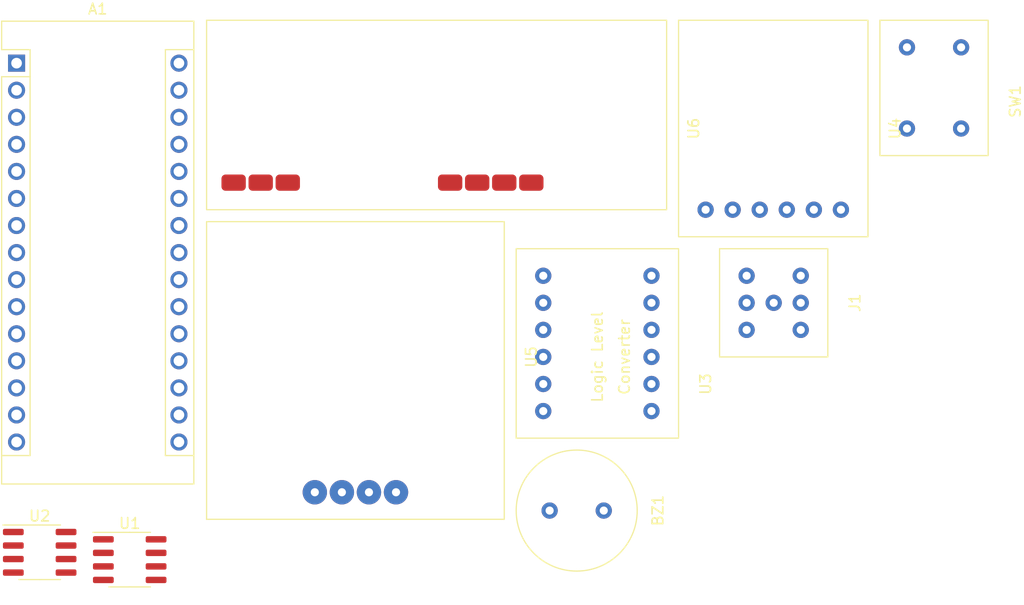
<source format=kicad_pcb>
(kicad_pcb (version 20211014) (generator pcbnew)
  (layers (0 "F.Cu" signal) (31 "B.Cu" signal) (34 "B.Paste" user) (35 "F.Paste" user) (36 "B.SilkS" user "B.Silkscreen") (37 "F.SilkS" user "F.Silkscreen") (38 "B.Mask" user) (39 "F.Mask" user) (44 "Edge.Cuts" user))
  (net 0 "")
  (net 1 "GND")
  (net 4 "Net-(A1-Pad3)")
  (net 6 "Net-(A1-Pad6)")
  (net 7 "Net-(A1-Pad7)")
  (net 8 "Net-(A1-Pad8)")
  (net 9 "Net-(A1-Pad9)")
  (net 10 "Net-(U3-Pad1)")
  (net 11 "Net-(U3-Pad2)")
  (net 12 "Net-(BZ1-Pad1)")
  (net 19 "Net-(A1-Pad19)")
  (net 20 "Net-(A1-Pad20)")
  (net 27 "+5V")
  (net 30 "Net-(U6-Pad2)")
  (net 31 "Net-(J1-Pad2)")
  (net 38 "Net-(U3-Pad7)")
  (net 39 "Net-(U3-Pad8)")
  (net 40 "+3.3V")
  (footprint "Trackuino:Button" (layer "F.Cu") (at 119.135 51.855)
    (fp_text reference "SW1" (at 7.62 2.54 90 unlocked) (layer "F.SilkS"))
    (fp_text value "SW_Push_Dual")
    (fp_rect (start -5.08 -5.08) (end 5.08 7.62) (layer "F.SilkS") (width 0.12) (fill none))
    (pad "1" thru_hole circle (at -2.54 5.08) (size 1.524 1.524) (drill 0.762) (layers *.Cu *.Mask) (net 4 "Net-(A1-Pad3)"))
    (pad "2" thru_hole circle (at -2.54 -2.54) (size 1.524 1.524) (drill 0.762) (layers *.Cu *.Mask))
    (pad "3" thru_hole circle (at 2.54 5.08) (size 1.524 1.524) (drill 0.762) (layers *.Cu *.Mask))
    (pad "4" thru_hole circle (at 2.54 -2.54) (size 1.524 1.524) (drill 0.762) (layers *.Cu *.Mask) (net 1 "GND"))
  )
  (footprint "Trackuino:OpenLog" (layer "F.Cu") (at 105.315 56.935)
    (fp_text reference "U4" (at 10.16 0 90 unlocked) (layer "F.SilkS"))
    (fp_text value "OpenLog")
    (fp_rect (start -10.16 -10.16) (end 7.62 10.16) (layer "F.SilkS") (width 0.12) (fill none))
    (pad "1" thru_hole circle (at -7.62 7.62) (size 1.524 1.524) (drill 0.762) (layers *.Cu *.Mask))
    (pad "2" thru_hole circle (at -5.08 7.62) (size 1.524 1.524) (drill 0.762) (layers *.Cu *.Mask) (net 39 "Net-(U3-Pad8)"))
    (pad "3" thru_hole circle (at -2.54 7.62) (size 1.524 1.524) (drill 0.762) (layers *.Cu *.Mask) (net 38 "Net-(U3-Pad7)"))
    (pad "4" thru_hole circle (at 0 7.62) (size 1.524 1.524) (drill 0.762) (layers *.Cu *.Mask) (net 40 "+3.3V"))
    (pad "5" thru_hole circle (at 2.54 7.62) (size 1.524 1.524) (drill 0.762) (layers *.Cu *.Mask) (net 1 "GND"))
    (pad "6" thru_hole circle (at 5.08 7.62) (size 1.524 1.524) (drill 0.762) (layers *.Cu *.Mask))
  )
  (footprint "Package_SO:SOIC-8_3.9x4.9mm_P1.27mm" (layer "F.Cu") (at 35.19 96.71)
    (fp_text reference "U2" (at 0 -3.4) (layer "F.SilkS"))
    (fp_text value "TMP36xS")
    (fp_line (start 0 -2.56) (end -3.45 -2.56) (layer "F.SilkS") (width 0.12))
    (fp_line (start 0 -2.56) (end 1.95 -2.56) (layer "F.SilkS") (width 0.12))
    (fp_line (start 0 2.56) (end 1.95 2.56) (layer "F.SilkS") (width 0.12))
    (fp_line (start 0 2.56) (end -1.95 2.56) (layer "F.SilkS") (width 0.12))
    (pad "1" smd roundrect (at -2.475 -1.905) (size 1.95 0.6) (layers "F.Cu" "F.Paste" "F.Mask") (net 19 "Net-(A1-Pad19)"))
    (pad "2" smd roundrect (at -2.475 -0.635) (size 1.95 0.6) (layers "F.Cu" "F.Paste" "F.Mask"))
    (pad "3" smd roundrect (at -2.475 0.635) (size 1.95 0.6) (layers "F.Cu" "F.Paste" "F.Mask"))
    (pad "4" smd roundrect (at -2.475 1.905) (size 1.95 0.6) (layers "F.Cu" "F.Paste" "F.Mask") (net 1 "GND"))
    (pad "5" smd roundrect (at 2.475 1.905) (size 1.95 0.6) (layers "F.Cu" "F.Paste" "F.Mask"))
    (pad "6" smd roundrect (at 2.475 0.635) (size 1.95 0.6) (layers "F.Cu" "F.Paste" "F.Mask"))
    (pad "7" smd roundrect (at 2.475 -0.635) (size 1.95 0.6) (layers "F.Cu" "F.Paste" "F.Mask"))
    (pad "8" smd roundrect (at 2.475 -1.905) (size 1.95 0.6) (layers "F.Cu" "F.Paste" "F.Mask") (net 27 "+5V"))
  )
  (footprint "Trackuino:GPS" (layer "F.Cu") (at 66.095 78.375)
    (fp_text reference "U5" (at 15.24 0 90 unlocked) (layer "F.SilkS"))
    (fp_text value "GPS")
    (fp_rect (start -15.24 15.24) (end 12.7 -12.7) (layer "F.SilkS") (width 0.12) (fill none))
    (pad "1" thru_hole circle (at -5.08 12.7) (size 2.286 2.286) (drill 0.762) (layers *.Cu *.Mask) (net 9 "Net-(A1-Pad9)"))
    (pad "2" thru_hole circle (at -2.54 12.7) (size 2.286 2.286) (drill 0.762) (layers *.Cu *.Mask) (net 8 "Net-(A1-Pad8)"))
    (pad "3" thru_hole circle (at 0 12.7) (size 2.286 2.286) (drill 0.762) (layers *.Cu *.Mask) (net 1 "GND"))
    (pad "4" thru_hole circle (at 2.54 12.7) (size 2.286 2.286) (drill 0.762) (layers *.Cu *.Mask) (net 27 "+5V"))
  )
  (footprint "Trackuino:SMA Jack" (layer "F.Cu") (at 104.085 73.295)
    (fp_text reference "J1" (at 7.62 0 90 unlocked) (layer "F.SilkS"))
    (fp_text value "Conn_Coaxial")
    (fp_rect (start -5.08 -5.08) (end 5.08 5.08) (layer "F.SilkS") (width 0.12) (fill none))
    (pad "1" thru_hole circle (at 0 0) (size 1.524 1.524) (drill 0.762) (layers *.Cu *.Mask) (net 30 "Net-(U6-Pad2)"))
    (pad "2" thru_hole circle (at 2.54 2.54) (size 1.524 1.524) (drill 0.762) (layers *.Cu *.Mask) (net 31 "Net-(J1-Pad2)"))
    (pad "2" thru_hole circle (at -2.54 2.54) (size 1.524 1.524) (drill 0.762) (layers *.Cu *.Mask) (net 31 "Net-(J1-Pad2)"))
    (pad "2" thru_hole circle (at -2.54 -2.54) (size 1.524 1.524) (drill 0.762) (layers *.Cu *.Mask) (net 31 "Net-(J1-Pad2)"))
    (pad "2" thru_hole circle (at 2.54 -2.54) (size 1.524 1.524) (drill 0.762) (layers *.Cu *.Mask) (net 31 "Net-(J1-Pad2)"))
    (pad "2" thru_hole circle (at -2.54 0) (size 1.524 1.524) (drill 0.762) (layers *.Cu *.Mask) (net 31 "Net-(J1-Pad2)"))
    (pad "2" thru_hole circle (at 2.54 0) (size 1.524 1.524) (drill 0.762) (layers *.Cu *.Mask) (net 31 "Net-(J1-Pad2)"))
  )
  (footprint "Package_SO:SOIC-8_3.9x4.9mm_P1.27mm" (layer "F.Cu") (at 43.64 97.4)
    (fp_text reference "U1" (at 0 -3.4) (layer "F.SilkS"))
    (fp_text value "TMP36xS")
    (fp_line (start 0 -2.56) (end -3.45 -2.56) (layer "F.SilkS") (width 0.12))
    (fp_line (start 0 2.56) (end 1.95 2.56) (layer "F.SilkS") (width 0.12))
    (fp_line (start 0 2.56) (end -1.95 2.56) (layer "F.SilkS") (width 0.12))
    (fp_line (start 0 -2.56) (end 1.95 -2.56) (layer "F.SilkS") (width 0.12))
    (pad "1" smd roundrect (at -2.475 -1.905) (size 1.95 0.6) (layers "F.Cu" "F.Paste" "F.Mask") (net 20 "Net-(A1-Pad20)"))
    (pad "2" smd roundrect (at -2.475 -0.635) (size 1.95 0.6) (layers "F.Cu" "F.Paste" "F.Mask"))
    (pad "3" smd roundrect (at -2.475 0.635) (size 1.95 0.6) (layers "F.Cu" "F.Paste" "F.Mask"))
    (pad "4" smd roundrect (at -2.475 1.905) (size 1.95 0.6) (layers "F.Cu" "F.Paste" "F.Mask") (net 1 "GND"))
    (pad "5" smd roundrect (at 2.475 1.905) (size 1.95 0.6) (layers "F.Cu" "F.Paste" "F.Mask"))
    (pad "6" smd roundrect (at 2.475 0.635) (size 1.95 0.6) (layers "F.Cu" "F.Paste" "F.Mask"))
    (pad "7" smd roundrect (at 2.475 -0.635) (size 1.95 0.6) (layers "F.Cu" "F.Paste" "F.Mask"))
    (pad "8" smd roundrect (at 2.475 -1.905) (size 1.95 0.6) (layers "F.Cu" "F.Paste" "F.Mask") (net 27 "+5V"))
  )
  (footprint "Module:Arduino_Nano" (layer "F.Cu") (at 33.02 50.8)
    (fp_text reference "A1" (at 7.62 -5.08) (layer "F.SilkS"))
    (fp_text value "Arduino_Nano_Every")
    (fp_line (start -1.4 -3.94) (end -1.4 -1.27) (layer "F.SilkS") (width 0.12))
    (fp_line (start 16.64 -3.94) (end -1.4 -3.94) (layer "F.SilkS") (width 0.12))
    (fp_line (start -1.4 39.5) (end 16.64 39.5) (layer "F.SilkS") (width 0.12))
    (fp_line (start 13.97 -1.27) (end 16.64 -1.27) (layer "F.SilkS") (width 0.12))
    (fp_line (start 1.27 1.27) (end -1.4 1.27) (layer "F.SilkS") (width 0.12))
    (fp_line (start 1.27 1.27) (end 1.27 36.83) (layer "F.SilkS") (width 0.12))
    (fp_line (start 1.27 36.83) (end -1.4 36.83) (layer "F.SilkS") (width 0.12))
    (fp_line (start -1.4 1.27) (end -1.4 39.5) (layer "F.SilkS") (width 0.12))
    (fp_line (start 1.27 -1.27) (end -1.4 -1.27) (layer "F.SilkS") (width 0.12))
    (fp_line (start 13.97 36.83) (end 16.64 36.83) (layer "F.SilkS") (width 0.12))
    (fp_line (start 1.27 1.27) (end 1.27 -1.27) (layer "F.SilkS") (width 0.12))
    (fp_line (start 13.97 -1.27) (end 13.97 36.83) (layer "F.SilkS") (width 0.12))
    (fp_line (start 16.64 39.5) (end 16.64 -3.94) (layer "F.SilkS") (width 0.12))
    (pad "1" thru_hole rect (at 0 0) (size 1.6 1.6) (drill 1) (layers *.Cu *.Mask))
    (pad "2" thru_hole oval (at 0 2.54) (size 1.6 1.6) (drill 1) (layers *.Cu *.Mask))
    (pad "3" thru_hole oval (at 0 5.08) (size 1.6 1.6) (drill 1) (layers *.Cu *.Mask) (net 4 "Net-(A1-Pad3)"))
    (pad "4" thru_hole oval (at 0 7.62) (size 1.6 1.6) (drill 1) (layers *.Cu *.Mask) (net 1 "GND"))
    (pad "5" thru_hole oval (at 0 10.16) (size 1.6 1.6) (drill 1) (layers *.Cu *.Mask))
    (pad "6" thru_hole oval (at 0 12.7) (size 1.6 1.6) (drill 1) (layers *.Cu *.Mask) (net 6 "Net-(A1-Pad6)"))
    (pad "7" thru_hole oval (at 0 15.24) (size 1.6 1.6) (drill 1) (layers *.Cu *.Mask) (net 7 "Net-(A1-Pad7)"))
    (pad "8" thru_hole oval (at 0 17.78) (size 1.6 1.6) (drill 1) (layers *.Cu *.Mask) (net 8 "Net-(A1-Pad8)"))
    (pad "9" thru_hole oval (at 0 20.32) (size 1.6 1.6) (drill 1) (layers *.Cu *.Mask) (net 9 "Net-(A1-Pad9)"))
    (pad "10" thru_hole oval (at 0 22.86) (size 1.6 1.6) (drill 1) (layers *.Cu *.Mask) (net 10 "Net-(U3-Pad1)"))
    (pad "11" thru_hole oval (at 0 25.4) (size 1.6 1.6) (drill 1) (layers *.Cu *.Mask) (net 11 "Net-(U3-Pad2)"))
    (pad "12" thru_hole oval (at 0 27.94) (size 1.6 1.6) (drill 1) (layers *.Cu *.Mask) (net 12 "Net-(BZ1-Pad1)"))
    (pad "13" thru_hole oval (at 0 30.48) (size 1.6 1.6) (drill 1) (layers *.Cu *.Mask))
    (pad "14" thru_hole oval (at 0 33.02) (size 1.6 1.6) (drill 1) (layers *.Cu *.Mask))
    (pad "15" thru_hole oval (at 0 35.56) (size 1.6 1.6) (drill 1) (layers *.Cu *.Mask))
    (pad "16" thru_hole oval (at 15.24 35.56) (size 1.6 1.6) (drill 1) (layers *.Cu *.Mask))
    (pad "17" thru_hole oval (at 15.24 33.02) (size 1.6 1.6) (drill 1) (layers *.Cu *.Mask))
    (pad "18" thru_hole oval (at 15.24 30.48) (size 1.6 1.6) (drill 1) (layers *.Cu *.Mask))
    (pad "19" thru_hole oval (at 15.24 27.94) (size 1.6 1.6) (drill 1) (layers *.Cu *.Mask) (net 19 "Net-(A1-Pad19)"))
    (pad "20" thru_hole oval (at 15.24 25.4) (size 1.6 1.6) (drill 1) (layers *.Cu *.Mask) (net 20 "Net-(A1-Pad20)"))
    (pad "21" thru_hole oval (at 15.24 22.86) (size 1.6 1.6) (drill 1) (layers *.Cu *.Mask))
    (pad "22" thru_hole oval (at 15.24 20.32) (size 1.6 1.6) (drill 1) (layers *.Cu *.Mask))
    (pad "23" thru_hole oval (at 15.24 17.78) (size 1.6 1.6) (drill 1) (layers *.Cu *.Mask))
    (pad "24" thru_hole oval (at 15.24 15.24) (size 1.6 1.6) (drill 1) (layers *.Cu *.Mask))
    (pad "25" thru_hole oval (at 15.24 12.7) (size 1.6 1.6) (drill 1) (layers *.Cu *.Mask))
    (pad "26" thru_hole oval (at 15.24 10.16) (size 1.6 1.6) (drill 1) (layers *.Cu *.Mask))
    (pad "27" thru_hole oval (at 15.24 7.62) (size 1.6 1.6) (drill 1) (layers *.Cu *.Mask) (net 27 "+5V"))
    (pad "28" thru_hole oval (at 15.24 5.08) (size 1.6 1.6) (drill 1) (layers *.Cu *.Mask))
    (pad "29" thru_hole oval (at 15.24 2.54) (size 1.6 1.6) (drill 1) (layers *.Cu *.Mask) (net 1 "GND"))
    (pad "30" thru_hole oval (at 15.24 0) (size 1.6 1.6) (drill 1) (layers *.Cu *.Mask))
  )
  (footprint "Trackuino:Radiometrix HX1" (layer "F.Cu") (at 71.175 56.935)
    (fp_text reference "U6" (at 25.4 0 90 unlocked) (layer "F.SilkS"))
    (fp_text value "Radiometrix HX1")
    (fp_rect (start -20.32 -10.16) (end 22.86 7.62) (layer "F.SilkS") (width 0.12) (fill none))
    (pad "1" smd roundrect (at -17.78 5.08) (size 2.286 1.524) (layers "F.Cu" "F.Paste" "F.Mask") (net 31 "Net-(J1-Pad2)"))
    (pad "2" smd roundrect (at -15.24 5.08) (size 2.286 1.524) (layers "F.Cu" "F.Paste" "F.Mask") (net 30 "Net-(U6-Pad2)"))
    (pad "3" smd roundrect (at -12.7 5.08) (size 2.286 1.524) (layers "F.Cu" "F.Paste" "F.Mask") (net 31 "Net-(J1-Pad2)"))
    (pad "4" smd roundrect (at 2.54 5.08) (size 2.286 1.524) (layers "F.Cu" "F.Paste" "F.Mask") (net 7 "Net-(A1-Pad7)"))
    (pad "5" smd roundrect (at 5.08 5.08) (size 2.286 1.524) (layers "F.Cu" "F.Paste" "F.Mask") (net 27 "+5V"))
    (pad "6" smd roundrect (at 7.62 5.08) (size 2.286 1.524) (layers "F.Cu" "F.Paste" "F.Mask") (net 1 "GND"))
    (pad "7" smd roundrect (at 10.16 5.08) (size 2.286 1.524) (layers "F.Cu" "F.Paste" "F.Mask") (net 6 "Net-(A1-Pad6)"))
  )
  (footprint "Trackuino:Buzzer" (layer "F.Cu") (at 85.594613 92.794613)
    (fp_text reference "BZ1" (at 7.62 0 90 unlocked) (layer "F.SilkS"))
    (fp_text value "Buzzer")
    (fp_circle (center 0 0) (end 2.54 5.08) (layer "F.SilkS") (width 0.12) (fill none))
    (pad "1" thru_hole circle (at -2.54 0) (size 1.524 1.524) (drill 0.762) (layers *.Cu *.Mask) (net 12 "Net-(BZ1-Pad1)"))
    (pad "2" thru_hole circle (at 2.54 0) (size 1.524 1.524) (drill 0.762) (layers *.Cu *.Mask) (net 1 "GND"))
  )
  (footprint "Trackuino:Logic Level Converter - Bi-Directional" (layer "F.Cu") (at 97.695 80.915)
    (fp_text reference "U3" (at 0 0 90 unlocked) (layer "F.SilkS"))
    (fp_text value "Logic Level Converter - Bi-Directional")
    (fp_text user "Converter" (at -7.62 -2.54 90 unlocked) (layer "F.SilkS"))
    (fp_text user "Logic Level" (at -10.16 -2.54 90 unlocked) (layer "F.SilkS"))
    (fp_rect (start -17.78 5.08) (end -2.54 -12.7) (layer "F.SilkS") (width 0.12) (fill none))
    (pad "1" thru_hole circle (at -15.24 2.54 90) (size 1.524 1.524) (drill 0.762) (layers *.Cu *.Mask) (net 10 "Net-(U3-Pad1)"))
    (pad "2" thru_hole circle (at -15.24 0 90) (size 1.524 1.524) (drill 0.762) (layers *.Cu *.Mask) (net 11 "Net-(U3-Pad2)"))
    (pad "3" thru_hole circle (at -15.24 -2.54 90) (size 1.524 1.524) (drill 0.762) (layers *.Cu *.Mask) (net 27 "+5V"))
    (pad "4" thru_hole circle (at -15.24 -5.08 90) (size 1.524 1.524) (drill 0.762) (layers *.Cu *.Mask) (net 1 "GND"))
    (pad "5" thru_hole circle (at -15.24 -7.62 90) (size 1.524 1.524) (drill 0.762) (layers *.Cu *.Mask))
    (pad "6" thru_hole circle (at -15.24 -10.16 90) (size 1.524 1.524) (drill 0.762) (layers *.Cu *.Mask))
    (pad "7" thru_hole circle (at -5.08 2.54 90) (size 1.524 1.524) (drill 0.762) (layers *.Cu *.Mask) (net 38 "Net-(U3-Pad7)"))
    (pad "8" thru_hole circle (at -5.08 0 90) (size 1.524 1.524) (drill 0.762) (layers *.Cu *.Mask) (net 39 "Net-(U3-Pad8)"))
    (pad "9" thru_hole circle (at -5.08 -2.54 90) (size 1.524 1.524) (drill 0.762) (layers *.Cu *.Mask) (net 40 "+3.3V"))
    (pad "10" thru_hole circle (at -5.08 -5.08 90) (size 1.524 1.524) (drill 0.762) (layers *.Cu *.Mask) (net 1 "GND"))
    (pad "11" thru_hole circle (at -5.08 -7.62 90) (size 1.524 1.524) (drill 0.762) (layers *.Cu *.Mask))
    (pad "12" thru_hole circle (at -5.08 -10.16 90) (size 1.524 1.524) (drill 0.762) (layers *.Cu *.Mask))
  )
)
</source>
